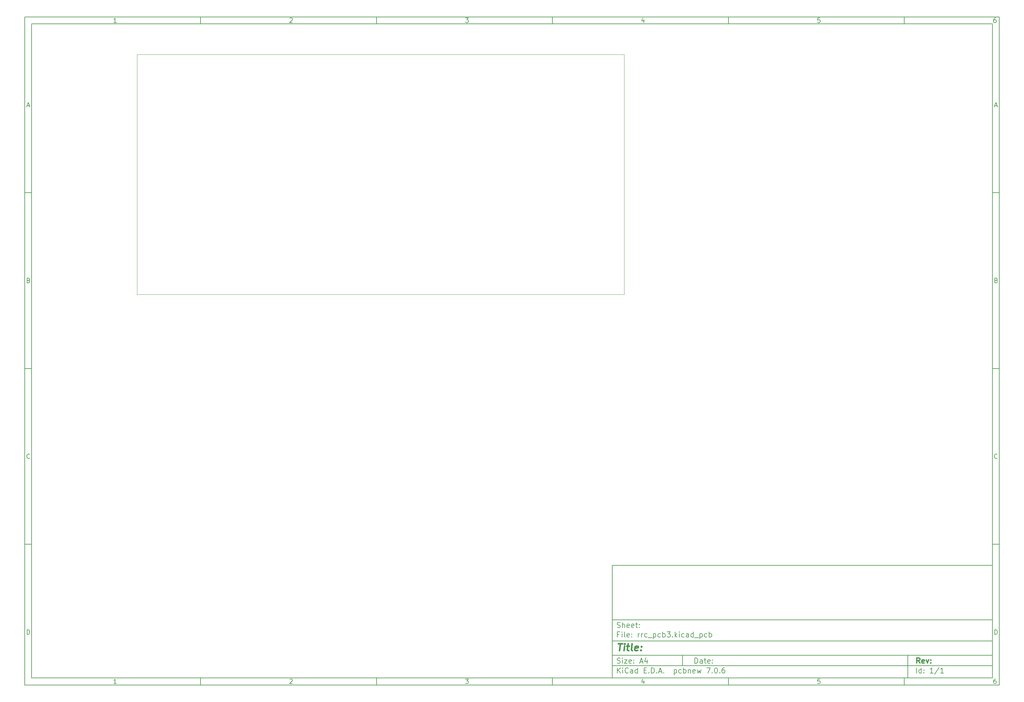
<source format=gbr>
%TF.GenerationSoftware,KiCad,Pcbnew,7.0.6*%
%TF.CreationDate,2023-08-10T16:59:27-04:00*%
%TF.ProjectId,rrc_pcb3,7272635f-7063-4623-932e-6b696361645f,rev?*%
%TF.SameCoordinates,Original*%
%TF.FileFunction,Other,User*%
%FSLAX46Y46*%
G04 Gerber Fmt 4.6, Leading zero omitted, Abs format (unit mm)*
G04 Created by KiCad (PCBNEW 7.0.6) date 2023-08-10 16:59:27*
%MOMM*%
%LPD*%
G01*
G04 APERTURE LIST*
%ADD10C,0.100000*%
%ADD11C,0.150000*%
%ADD12C,0.300000*%
%ADD13C,0.400000*%
%TA.AperFunction,Profile*%
%ADD14C,0.050000*%
%TD*%
G04 APERTURE END LIST*
D10*
D11*
X177002200Y-166007200D02*
X285002200Y-166007200D01*
X285002200Y-198007200D01*
X177002200Y-198007200D01*
X177002200Y-166007200D01*
D10*
D11*
X10000000Y-10000000D02*
X287002200Y-10000000D01*
X287002200Y-200007200D01*
X10000000Y-200007200D01*
X10000000Y-10000000D01*
D10*
D11*
X12000000Y-12000000D02*
X285002200Y-12000000D01*
X285002200Y-198007200D01*
X12000000Y-198007200D01*
X12000000Y-12000000D01*
D10*
D11*
X60000000Y-12000000D02*
X60000000Y-10000000D01*
D10*
D11*
X110000000Y-12000000D02*
X110000000Y-10000000D01*
D10*
D11*
X160000000Y-12000000D02*
X160000000Y-10000000D01*
D10*
D11*
X210000000Y-12000000D02*
X210000000Y-10000000D01*
D10*
D11*
X260000000Y-12000000D02*
X260000000Y-10000000D01*
D10*
D11*
X36089160Y-11593604D02*
X35346303Y-11593604D01*
X35717731Y-11593604D02*
X35717731Y-10293604D01*
X35717731Y-10293604D02*
X35593922Y-10479319D01*
X35593922Y-10479319D02*
X35470112Y-10603128D01*
X35470112Y-10603128D02*
X35346303Y-10665033D01*
D10*
D11*
X85346303Y-10417414D02*
X85408207Y-10355509D01*
X85408207Y-10355509D02*
X85532017Y-10293604D01*
X85532017Y-10293604D02*
X85841541Y-10293604D01*
X85841541Y-10293604D02*
X85965350Y-10355509D01*
X85965350Y-10355509D02*
X86027255Y-10417414D01*
X86027255Y-10417414D02*
X86089160Y-10541223D01*
X86089160Y-10541223D02*
X86089160Y-10665033D01*
X86089160Y-10665033D02*
X86027255Y-10850747D01*
X86027255Y-10850747D02*
X85284398Y-11593604D01*
X85284398Y-11593604D02*
X86089160Y-11593604D01*
D10*
D11*
X135284398Y-10293604D02*
X136089160Y-10293604D01*
X136089160Y-10293604D02*
X135655826Y-10788842D01*
X135655826Y-10788842D02*
X135841541Y-10788842D01*
X135841541Y-10788842D02*
X135965350Y-10850747D01*
X135965350Y-10850747D02*
X136027255Y-10912652D01*
X136027255Y-10912652D02*
X136089160Y-11036461D01*
X136089160Y-11036461D02*
X136089160Y-11345985D01*
X136089160Y-11345985D02*
X136027255Y-11469795D01*
X136027255Y-11469795D02*
X135965350Y-11531700D01*
X135965350Y-11531700D02*
X135841541Y-11593604D01*
X135841541Y-11593604D02*
X135470112Y-11593604D01*
X135470112Y-11593604D02*
X135346303Y-11531700D01*
X135346303Y-11531700D02*
X135284398Y-11469795D01*
D10*
D11*
X185965350Y-10726938D02*
X185965350Y-11593604D01*
X185655826Y-10231700D02*
X185346303Y-11160271D01*
X185346303Y-11160271D02*
X186151064Y-11160271D01*
D10*
D11*
X236027255Y-10293604D02*
X235408207Y-10293604D01*
X235408207Y-10293604D02*
X235346303Y-10912652D01*
X235346303Y-10912652D02*
X235408207Y-10850747D01*
X235408207Y-10850747D02*
X235532017Y-10788842D01*
X235532017Y-10788842D02*
X235841541Y-10788842D01*
X235841541Y-10788842D02*
X235965350Y-10850747D01*
X235965350Y-10850747D02*
X236027255Y-10912652D01*
X236027255Y-10912652D02*
X236089160Y-11036461D01*
X236089160Y-11036461D02*
X236089160Y-11345985D01*
X236089160Y-11345985D02*
X236027255Y-11469795D01*
X236027255Y-11469795D02*
X235965350Y-11531700D01*
X235965350Y-11531700D02*
X235841541Y-11593604D01*
X235841541Y-11593604D02*
X235532017Y-11593604D01*
X235532017Y-11593604D02*
X235408207Y-11531700D01*
X235408207Y-11531700D02*
X235346303Y-11469795D01*
D10*
D11*
X285965350Y-10293604D02*
X285717731Y-10293604D01*
X285717731Y-10293604D02*
X285593922Y-10355509D01*
X285593922Y-10355509D02*
X285532017Y-10417414D01*
X285532017Y-10417414D02*
X285408207Y-10603128D01*
X285408207Y-10603128D02*
X285346303Y-10850747D01*
X285346303Y-10850747D02*
X285346303Y-11345985D01*
X285346303Y-11345985D02*
X285408207Y-11469795D01*
X285408207Y-11469795D02*
X285470112Y-11531700D01*
X285470112Y-11531700D02*
X285593922Y-11593604D01*
X285593922Y-11593604D02*
X285841541Y-11593604D01*
X285841541Y-11593604D02*
X285965350Y-11531700D01*
X285965350Y-11531700D02*
X286027255Y-11469795D01*
X286027255Y-11469795D02*
X286089160Y-11345985D01*
X286089160Y-11345985D02*
X286089160Y-11036461D01*
X286089160Y-11036461D02*
X286027255Y-10912652D01*
X286027255Y-10912652D02*
X285965350Y-10850747D01*
X285965350Y-10850747D02*
X285841541Y-10788842D01*
X285841541Y-10788842D02*
X285593922Y-10788842D01*
X285593922Y-10788842D02*
X285470112Y-10850747D01*
X285470112Y-10850747D02*
X285408207Y-10912652D01*
X285408207Y-10912652D02*
X285346303Y-11036461D01*
D10*
D11*
X60000000Y-198007200D02*
X60000000Y-200007200D01*
D10*
D11*
X110000000Y-198007200D02*
X110000000Y-200007200D01*
D10*
D11*
X160000000Y-198007200D02*
X160000000Y-200007200D01*
D10*
D11*
X210000000Y-198007200D02*
X210000000Y-200007200D01*
D10*
D11*
X260000000Y-198007200D02*
X260000000Y-200007200D01*
D10*
D11*
X36089160Y-199600804D02*
X35346303Y-199600804D01*
X35717731Y-199600804D02*
X35717731Y-198300804D01*
X35717731Y-198300804D02*
X35593922Y-198486519D01*
X35593922Y-198486519D02*
X35470112Y-198610328D01*
X35470112Y-198610328D02*
X35346303Y-198672233D01*
D10*
D11*
X85346303Y-198424614D02*
X85408207Y-198362709D01*
X85408207Y-198362709D02*
X85532017Y-198300804D01*
X85532017Y-198300804D02*
X85841541Y-198300804D01*
X85841541Y-198300804D02*
X85965350Y-198362709D01*
X85965350Y-198362709D02*
X86027255Y-198424614D01*
X86027255Y-198424614D02*
X86089160Y-198548423D01*
X86089160Y-198548423D02*
X86089160Y-198672233D01*
X86089160Y-198672233D02*
X86027255Y-198857947D01*
X86027255Y-198857947D02*
X85284398Y-199600804D01*
X85284398Y-199600804D02*
X86089160Y-199600804D01*
D10*
D11*
X135284398Y-198300804D02*
X136089160Y-198300804D01*
X136089160Y-198300804D02*
X135655826Y-198796042D01*
X135655826Y-198796042D02*
X135841541Y-198796042D01*
X135841541Y-198796042D02*
X135965350Y-198857947D01*
X135965350Y-198857947D02*
X136027255Y-198919852D01*
X136027255Y-198919852D02*
X136089160Y-199043661D01*
X136089160Y-199043661D02*
X136089160Y-199353185D01*
X136089160Y-199353185D02*
X136027255Y-199476995D01*
X136027255Y-199476995D02*
X135965350Y-199538900D01*
X135965350Y-199538900D02*
X135841541Y-199600804D01*
X135841541Y-199600804D02*
X135470112Y-199600804D01*
X135470112Y-199600804D02*
X135346303Y-199538900D01*
X135346303Y-199538900D02*
X135284398Y-199476995D01*
D10*
D11*
X185965350Y-198734138D02*
X185965350Y-199600804D01*
X185655826Y-198238900D02*
X185346303Y-199167471D01*
X185346303Y-199167471D02*
X186151064Y-199167471D01*
D10*
D11*
X236027255Y-198300804D02*
X235408207Y-198300804D01*
X235408207Y-198300804D02*
X235346303Y-198919852D01*
X235346303Y-198919852D02*
X235408207Y-198857947D01*
X235408207Y-198857947D02*
X235532017Y-198796042D01*
X235532017Y-198796042D02*
X235841541Y-198796042D01*
X235841541Y-198796042D02*
X235965350Y-198857947D01*
X235965350Y-198857947D02*
X236027255Y-198919852D01*
X236027255Y-198919852D02*
X236089160Y-199043661D01*
X236089160Y-199043661D02*
X236089160Y-199353185D01*
X236089160Y-199353185D02*
X236027255Y-199476995D01*
X236027255Y-199476995D02*
X235965350Y-199538900D01*
X235965350Y-199538900D02*
X235841541Y-199600804D01*
X235841541Y-199600804D02*
X235532017Y-199600804D01*
X235532017Y-199600804D02*
X235408207Y-199538900D01*
X235408207Y-199538900D02*
X235346303Y-199476995D01*
D10*
D11*
X285965350Y-198300804D02*
X285717731Y-198300804D01*
X285717731Y-198300804D02*
X285593922Y-198362709D01*
X285593922Y-198362709D02*
X285532017Y-198424614D01*
X285532017Y-198424614D02*
X285408207Y-198610328D01*
X285408207Y-198610328D02*
X285346303Y-198857947D01*
X285346303Y-198857947D02*
X285346303Y-199353185D01*
X285346303Y-199353185D02*
X285408207Y-199476995D01*
X285408207Y-199476995D02*
X285470112Y-199538900D01*
X285470112Y-199538900D02*
X285593922Y-199600804D01*
X285593922Y-199600804D02*
X285841541Y-199600804D01*
X285841541Y-199600804D02*
X285965350Y-199538900D01*
X285965350Y-199538900D02*
X286027255Y-199476995D01*
X286027255Y-199476995D02*
X286089160Y-199353185D01*
X286089160Y-199353185D02*
X286089160Y-199043661D01*
X286089160Y-199043661D02*
X286027255Y-198919852D01*
X286027255Y-198919852D02*
X285965350Y-198857947D01*
X285965350Y-198857947D02*
X285841541Y-198796042D01*
X285841541Y-198796042D02*
X285593922Y-198796042D01*
X285593922Y-198796042D02*
X285470112Y-198857947D01*
X285470112Y-198857947D02*
X285408207Y-198919852D01*
X285408207Y-198919852D02*
X285346303Y-199043661D01*
D10*
D11*
X10000000Y-60000000D02*
X12000000Y-60000000D01*
D10*
D11*
X10000000Y-110000000D02*
X12000000Y-110000000D01*
D10*
D11*
X10000000Y-160000000D02*
X12000000Y-160000000D01*
D10*
D11*
X10690476Y-35222176D02*
X11309523Y-35222176D01*
X10566666Y-35593604D02*
X10999999Y-34293604D01*
X10999999Y-34293604D02*
X11433333Y-35593604D01*
D10*
D11*
X11092857Y-84912652D02*
X11278571Y-84974557D01*
X11278571Y-84974557D02*
X11340476Y-85036461D01*
X11340476Y-85036461D02*
X11402380Y-85160271D01*
X11402380Y-85160271D02*
X11402380Y-85345985D01*
X11402380Y-85345985D02*
X11340476Y-85469795D01*
X11340476Y-85469795D02*
X11278571Y-85531700D01*
X11278571Y-85531700D02*
X11154761Y-85593604D01*
X11154761Y-85593604D02*
X10659523Y-85593604D01*
X10659523Y-85593604D02*
X10659523Y-84293604D01*
X10659523Y-84293604D02*
X11092857Y-84293604D01*
X11092857Y-84293604D02*
X11216666Y-84355509D01*
X11216666Y-84355509D02*
X11278571Y-84417414D01*
X11278571Y-84417414D02*
X11340476Y-84541223D01*
X11340476Y-84541223D02*
X11340476Y-84665033D01*
X11340476Y-84665033D02*
X11278571Y-84788842D01*
X11278571Y-84788842D02*
X11216666Y-84850747D01*
X11216666Y-84850747D02*
X11092857Y-84912652D01*
X11092857Y-84912652D02*
X10659523Y-84912652D01*
D10*
D11*
X11402380Y-135469795D02*
X11340476Y-135531700D01*
X11340476Y-135531700D02*
X11154761Y-135593604D01*
X11154761Y-135593604D02*
X11030952Y-135593604D01*
X11030952Y-135593604D02*
X10845238Y-135531700D01*
X10845238Y-135531700D02*
X10721428Y-135407890D01*
X10721428Y-135407890D02*
X10659523Y-135284080D01*
X10659523Y-135284080D02*
X10597619Y-135036461D01*
X10597619Y-135036461D02*
X10597619Y-134850747D01*
X10597619Y-134850747D02*
X10659523Y-134603128D01*
X10659523Y-134603128D02*
X10721428Y-134479319D01*
X10721428Y-134479319D02*
X10845238Y-134355509D01*
X10845238Y-134355509D02*
X11030952Y-134293604D01*
X11030952Y-134293604D02*
X11154761Y-134293604D01*
X11154761Y-134293604D02*
X11340476Y-134355509D01*
X11340476Y-134355509D02*
X11402380Y-134417414D01*
D10*
D11*
X10659523Y-185593604D02*
X10659523Y-184293604D01*
X10659523Y-184293604D02*
X10969047Y-184293604D01*
X10969047Y-184293604D02*
X11154761Y-184355509D01*
X11154761Y-184355509D02*
X11278571Y-184479319D01*
X11278571Y-184479319D02*
X11340476Y-184603128D01*
X11340476Y-184603128D02*
X11402380Y-184850747D01*
X11402380Y-184850747D02*
X11402380Y-185036461D01*
X11402380Y-185036461D02*
X11340476Y-185284080D01*
X11340476Y-185284080D02*
X11278571Y-185407890D01*
X11278571Y-185407890D02*
X11154761Y-185531700D01*
X11154761Y-185531700D02*
X10969047Y-185593604D01*
X10969047Y-185593604D02*
X10659523Y-185593604D01*
D10*
D11*
X287002200Y-60000000D02*
X285002200Y-60000000D01*
D10*
D11*
X287002200Y-110000000D02*
X285002200Y-110000000D01*
D10*
D11*
X287002200Y-160000000D02*
X285002200Y-160000000D01*
D10*
D11*
X285692676Y-35222176D02*
X286311723Y-35222176D01*
X285568866Y-35593604D02*
X286002199Y-34293604D01*
X286002199Y-34293604D02*
X286435533Y-35593604D01*
D10*
D11*
X286095057Y-84912652D02*
X286280771Y-84974557D01*
X286280771Y-84974557D02*
X286342676Y-85036461D01*
X286342676Y-85036461D02*
X286404580Y-85160271D01*
X286404580Y-85160271D02*
X286404580Y-85345985D01*
X286404580Y-85345985D02*
X286342676Y-85469795D01*
X286342676Y-85469795D02*
X286280771Y-85531700D01*
X286280771Y-85531700D02*
X286156961Y-85593604D01*
X286156961Y-85593604D02*
X285661723Y-85593604D01*
X285661723Y-85593604D02*
X285661723Y-84293604D01*
X285661723Y-84293604D02*
X286095057Y-84293604D01*
X286095057Y-84293604D02*
X286218866Y-84355509D01*
X286218866Y-84355509D02*
X286280771Y-84417414D01*
X286280771Y-84417414D02*
X286342676Y-84541223D01*
X286342676Y-84541223D02*
X286342676Y-84665033D01*
X286342676Y-84665033D02*
X286280771Y-84788842D01*
X286280771Y-84788842D02*
X286218866Y-84850747D01*
X286218866Y-84850747D02*
X286095057Y-84912652D01*
X286095057Y-84912652D02*
X285661723Y-84912652D01*
D10*
D11*
X286404580Y-135469795D02*
X286342676Y-135531700D01*
X286342676Y-135531700D02*
X286156961Y-135593604D01*
X286156961Y-135593604D02*
X286033152Y-135593604D01*
X286033152Y-135593604D02*
X285847438Y-135531700D01*
X285847438Y-135531700D02*
X285723628Y-135407890D01*
X285723628Y-135407890D02*
X285661723Y-135284080D01*
X285661723Y-135284080D02*
X285599819Y-135036461D01*
X285599819Y-135036461D02*
X285599819Y-134850747D01*
X285599819Y-134850747D02*
X285661723Y-134603128D01*
X285661723Y-134603128D02*
X285723628Y-134479319D01*
X285723628Y-134479319D02*
X285847438Y-134355509D01*
X285847438Y-134355509D02*
X286033152Y-134293604D01*
X286033152Y-134293604D02*
X286156961Y-134293604D01*
X286156961Y-134293604D02*
X286342676Y-134355509D01*
X286342676Y-134355509D02*
X286404580Y-134417414D01*
D10*
D11*
X285661723Y-185593604D02*
X285661723Y-184293604D01*
X285661723Y-184293604D02*
X285971247Y-184293604D01*
X285971247Y-184293604D02*
X286156961Y-184355509D01*
X286156961Y-184355509D02*
X286280771Y-184479319D01*
X286280771Y-184479319D02*
X286342676Y-184603128D01*
X286342676Y-184603128D02*
X286404580Y-184850747D01*
X286404580Y-184850747D02*
X286404580Y-185036461D01*
X286404580Y-185036461D02*
X286342676Y-185284080D01*
X286342676Y-185284080D02*
X286280771Y-185407890D01*
X286280771Y-185407890D02*
X286156961Y-185531700D01*
X286156961Y-185531700D02*
X285971247Y-185593604D01*
X285971247Y-185593604D02*
X285661723Y-185593604D01*
D10*
D11*
X200458026Y-193793328D02*
X200458026Y-192293328D01*
X200458026Y-192293328D02*
X200815169Y-192293328D01*
X200815169Y-192293328D02*
X201029455Y-192364757D01*
X201029455Y-192364757D02*
X201172312Y-192507614D01*
X201172312Y-192507614D02*
X201243741Y-192650471D01*
X201243741Y-192650471D02*
X201315169Y-192936185D01*
X201315169Y-192936185D02*
X201315169Y-193150471D01*
X201315169Y-193150471D02*
X201243741Y-193436185D01*
X201243741Y-193436185D02*
X201172312Y-193579042D01*
X201172312Y-193579042D02*
X201029455Y-193721900D01*
X201029455Y-193721900D02*
X200815169Y-193793328D01*
X200815169Y-193793328D02*
X200458026Y-193793328D01*
X202600884Y-193793328D02*
X202600884Y-193007614D01*
X202600884Y-193007614D02*
X202529455Y-192864757D01*
X202529455Y-192864757D02*
X202386598Y-192793328D01*
X202386598Y-192793328D02*
X202100884Y-192793328D01*
X202100884Y-192793328D02*
X201958026Y-192864757D01*
X202600884Y-193721900D02*
X202458026Y-193793328D01*
X202458026Y-193793328D02*
X202100884Y-193793328D01*
X202100884Y-193793328D02*
X201958026Y-193721900D01*
X201958026Y-193721900D02*
X201886598Y-193579042D01*
X201886598Y-193579042D02*
X201886598Y-193436185D01*
X201886598Y-193436185D02*
X201958026Y-193293328D01*
X201958026Y-193293328D02*
X202100884Y-193221900D01*
X202100884Y-193221900D02*
X202458026Y-193221900D01*
X202458026Y-193221900D02*
X202600884Y-193150471D01*
X203100884Y-192793328D02*
X203672312Y-192793328D01*
X203315169Y-192293328D02*
X203315169Y-193579042D01*
X203315169Y-193579042D02*
X203386598Y-193721900D01*
X203386598Y-193721900D02*
X203529455Y-193793328D01*
X203529455Y-193793328D02*
X203672312Y-193793328D01*
X204743741Y-193721900D02*
X204600884Y-193793328D01*
X204600884Y-193793328D02*
X204315170Y-193793328D01*
X204315170Y-193793328D02*
X204172312Y-193721900D01*
X204172312Y-193721900D02*
X204100884Y-193579042D01*
X204100884Y-193579042D02*
X204100884Y-193007614D01*
X204100884Y-193007614D02*
X204172312Y-192864757D01*
X204172312Y-192864757D02*
X204315170Y-192793328D01*
X204315170Y-192793328D02*
X204600884Y-192793328D01*
X204600884Y-192793328D02*
X204743741Y-192864757D01*
X204743741Y-192864757D02*
X204815170Y-193007614D01*
X204815170Y-193007614D02*
X204815170Y-193150471D01*
X204815170Y-193150471D02*
X204100884Y-193293328D01*
X205458026Y-193650471D02*
X205529455Y-193721900D01*
X205529455Y-193721900D02*
X205458026Y-193793328D01*
X205458026Y-193793328D02*
X205386598Y-193721900D01*
X205386598Y-193721900D02*
X205458026Y-193650471D01*
X205458026Y-193650471D02*
X205458026Y-193793328D01*
X205458026Y-192864757D02*
X205529455Y-192936185D01*
X205529455Y-192936185D02*
X205458026Y-193007614D01*
X205458026Y-193007614D02*
X205386598Y-192936185D01*
X205386598Y-192936185D02*
X205458026Y-192864757D01*
X205458026Y-192864757D02*
X205458026Y-193007614D01*
D10*
D11*
X177002200Y-194507200D02*
X285002200Y-194507200D01*
D10*
D11*
X178458026Y-196593328D02*
X178458026Y-195093328D01*
X179315169Y-196593328D02*
X178672312Y-195736185D01*
X179315169Y-195093328D02*
X178458026Y-195950471D01*
X179958026Y-196593328D02*
X179958026Y-195593328D01*
X179958026Y-195093328D02*
X179886598Y-195164757D01*
X179886598Y-195164757D02*
X179958026Y-195236185D01*
X179958026Y-195236185D02*
X180029455Y-195164757D01*
X180029455Y-195164757D02*
X179958026Y-195093328D01*
X179958026Y-195093328D02*
X179958026Y-195236185D01*
X181529455Y-196450471D02*
X181458027Y-196521900D01*
X181458027Y-196521900D02*
X181243741Y-196593328D01*
X181243741Y-196593328D02*
X181100884Y-196593328D01*
X181100884Y-196593328D02*
X180886598Y-196521900D01*
X180886598Y-196521900D02*
X180743741Y-196379042D01*
X180743741Y-196379042D02*
X180672312Y-196236185D01*
X180672312Y-196236185D02*
X180600884Y-195950471D01*
X180600884Y-195950471D02*
X180600884Y-195736185D01*
X180600884Y-195736185D02*
X180672312Y-195450471D01*
X180672312Y-195450471D02*
X180743741Y-195307614D01*
X180743741Y-195307614D02*
X180886598Y-195164757D01*
X180886598Y-195164757D02*
X181100884Y-195093328D01*
X181100884Y-195093328D02*
X181243741Y-195093328D01*
X181243741Y-195093328D02*
X181458027Y-195164757D01*
X181458027Y-195164757D02*
X181529455Y-195236185D01*
X182815170Y-196593328D02*
X182815170Y-195807614D01*
X182815170Y-195807614D02*
X182743741Y-195664757D01*
X182743741Y-195664757D02*
X182600884Y-195593328D01*
X182600884Y-195593328D02*
X182315170Y-195593328D01*
X182315170Y-195593328D02*
X182172312Y-195664757D01*
X182815170Y-196521900D02*
X182672312Y-196593328D01*
X182672312Y-196593328D02*
X182315170Y-196593328D01*
X182315170Y-196593328D02*
X182172312Y-196521900D01*
X182172312Y-196521900D02*
X182100884Y-196379042D01*
X182100884Y-196379042D02*
X182100884Y-196236185D01*
X182100884Y-196236185D02*
X182172312Y-196093328D01*
X182172312Y-196093328D02*
X182315170Y-196021900D01*
X182315170Y-196021900D02*
X182672312Y-196021900D01*
X182672312Y-196021900D02*
X182815170Y-195950471D01*
X184172313Y-196593328D02*
X184172313Y-195093328D01*
X184172313Y-196521900D02*
X184029455Y-196593328D01*
X184029455Y-196593328D02*
X183743741Y-196593328D01*
X183743741Y-196593328D02*
X183600884Y-196521900D01*
X183600884Y-196521900D02*
X183529455Y-196450471D01*
X183529455Y-196450471D02*
X183458027Y-196307614D01*
X183458027Y-196307614D02*
X183458027Y-195879042D01*
X183458027Y-195879042D02*
X183529455Y-195736185D01*
X183529455Y-195736185D02*
X183600884Y-195664757D01*
X183600884Y-195664757D02*
X183743741Y-195593328D01*
X183743741Y-195593328D02*
X184029455Y-195593328D01*
X184029455Y-195593328D02*
X184172313Y-195664757D01*
X186029455Y-195807614D02*
X186529455Y-195807614D01*
X186743741Y-196593328D02*
X186029455Y-196593328D01*
X186029455Y-196593328D02*
X186029455Y-195093328D01*
X186029455Y-195093328D02*
X186743741Y-195093328D01*
X187386598Y-196450471D02*
X187458027Y-196521900D01*
X187458027Y-196521900D02*
X187386598Y-196593328D01*
X187386598Y-196593328D02*
X187315170Y-196521900D01*
X187315170Y-196521900D02*
X187386598Y-196450471D01*
X187386598Y-196450471D02*
X187386598Y-196593328D01*
X188100884Y-196593328D02*
X188100884Y-195093328D01*
X188100884Y-195093328D02*
X188458027Y-195093328D01*
X188458027Y-195093328D02*
X188672313Y-195164757D01*
X188672313Y-195164757D02*
X188815170Y-195307614D01*
X188815170Y-195307614D02*
X188886599Y-195450471D01*
X188886599Y-195450471D02*
X188958027Y-195736185D01*
X188958027Y-195736185D02*
X188958027Y-195950471D01*
X188958027Y-195950471D02*
X188886599Y-196236185D01*
X188886599Y-196236185D02*
X188815170Y-196379042D01*
X188815170Y-196379042D02*
X188672313Y-196521900D01*
X188672313Y-196521900D02*
X188458027Y-196593328D01*
X188458027Y-196593328D02*
X188100884Y-196593328D01*
X189600884Y-196450471D02*
X189672313Y-196521900D01*
X189672313Y-196521900D02*
X189600884Y-196593328D01*
X189600884Y-196593328D02*
X189529456Y-196521900D01*
X189529456Y-196521900D02*
X189600884Y-196450471D01*
X189600884Y-196450471D02*
X189600884Y-196593328D01*
X190243742Y-196164757D02*
X190958028Y-196164757D01*
X190100885Y-196593328D02*
X190600885Y-195093328D01*
X190600885Y-195093328D02*
X191100885Y-196593328D01*
X191600884Y-196450471D02*
X191672313Y-196521900D01*
X191672313Y-196521900D02*
X191600884Y-196593328D01*
X191600884Y-196593328D02*
X191529456Y-196521900D01*
X191529456Y-196521900D02*
X191600884Y-196450471D01*
X191600884Y-196450471D02*
X191600884Y-196593328D01*
X194600884Y-195593328D02*
X194600884Y-197093328D01*
X194600884Y-195664757D02*
X194743742Y-195593328D01*
X194743742Y-195593328D02*
X195029456Y-195593328D01*
X195029456Y-195593328D02*
X195172313Y-195664757D01*
X195172313Y-195664757D02*
X195243742Y-195736185D01*
X195243742Y-195736185D02*
X195315170Y-195879042D01*
X195315170Y-195879042D02*
X195315170Y-196307614D01*
X195315170Y-196307614D02*
X195243742Y-196450471D01*
X195243742Y-196450471D02*
X195172313Y-196521900D01*
X195172313Y-196521900D02*
X195029456Y-196593328D01*
X195029456Y-196593328D02*
X194743742Y-196593328D01*
X194743742Y-196593328D02*
X194600884Y-196521900D01*
X196600885Y-196521900D02*
X196458027Y-196593328D01*
X196458027Y-196593328D02*
X196172313Y-196593328D01*
X196172313Y-196593328D02*
X196029456Y-196521900D01*
X196029456Y-196521900D02*
X195958027Y-196450471D01*
X195958027Y-196450471D02*
X195886599Y-196307614D01*
X195886599Y-196307614D02*
X195886599Y-195879042D01*
X195886599Y-195879042D02*
X195958027Y-195736185D01*
X195958027Y-195736185D02*
X196029456Y-195664757D01*
X196029456Y-195664757D02*
X196172313Y-195593328D01*
X196172313Y-195593328D02*
X196458027Y-195593328D01*
X196458027Y-195593328D02*
X196600885Y-195664757D01*
X197243741Y-196593328D02*
X197243741Y-195093328D01*
X197243741Y-195664757D02*
X197386599Y-195593328D01*
X197386599Y-195593328D02*
X197672313Y-195593328D01*
X197672313Y-195593328D02*
X197815170Y-195664757D01*
X197815170Y-195664757D02*
X197886599Y-195736185D01*
X197886599Y-195736185D02*
X197958027Y-195879042D01*
X197958027Y-195879042D02*
X197958027Y-196307614D01*
X197958027Y-196307614D02*
X197886599Y-196450471D01*
X197886599Y-196450471D02*
X197815170Y-196521900D01*
X197815170Y-196521900D02*
X197672313Y-196593328D01*
X197672313Y-196593328D02*
X197386599Y-196593328D01*
X197386599Y-196593328D02*
X197243741Y-196521900D01*
X198600884Y-195593328D02*
X198600884Y-196593328D01*
X198600884Y-195736185D02*
X198672313Y-195664757D01*
X198672313Y-195664757D02*
X198815170Y-195593328D01*
X198815170Y-195593328D02*
X199029456Y-195593328D01*
X199029456Y-195593328D02*
X199172313Y-195664757D01*
X199172313Y-195664757D02*
X199243742Y-195807614D01*
X199243742Y-195807614D02*
X199243742Y-196593328D01*
X200529456Y-196521900D02*
X200386599Y-196593328D01*
X200386599Y-196593328D02*
X200100885Y-196593328D01*
X200100885Y-196593328D02*
X199958027Y-196521900D01*
X199958027Y-196521900D02*
X199886599Y-196379042D01*
X199886599Y-196379042D02*
X199886599Y-195807614D01*
X199886599Y-195807614D02*
X199958027Y-195664757D01*
X199958027Y-195664757D02*
X200100885Y-195593328D01*
X200100885Y-195593328D02*
X200386599Y-195593328D01*
X200386599Y-195593328D02*
X200529456Y-195664757D01*
X200529456Y-195664757D02*
X200600885Y-195807614D01*
X200600885Y-195807614D02*
X200600885Y-195950471D01*
X200600885Y-195950471D02*
X199886599Y-196093328D01*
X201100884Y-195593328D02*
X201386599Y-196593328D01*
X201386599Y-196593328D02*
X201672313Y-195879042D01*
X201672313Y-195879042D02*
X201958027Y-196593328D01*
X201958027Y-196593328D02*
X202243741Y-195593328D01*
X203815170Y-195093328D02*
X204815170Y-195093328D01*
X204815170Y-195093328D02*
X204172313Y-196593328D01*
X205386598Y-196450471D02*
X205458027Y-196521900D01*
X205458027Y-196521900D02*
X205386598Y-196593328D01*
X205386598Y-196593328D02*
X205315170Y-196521900D01*
X205315170Y-196521900D02*
X205386598Y-196450471D01*
X205386598Y-196450471D02*
X205386598Y-196593328D01*
X206386599Y-195093328D02*
X206529456Y-195093328D01*
X206529456Y-195093328D02*
X206672313Y-195164757D01*
X206672313Y-195164757D02*
X206743742Y-195236185D01*
X206743742Y-195236185D02*
X206815170Y-195379042D01*
X206815170Y-195379042D02*
X206886599Y-195664757D01*
X206886599Y-195664757D02*
X206886599Y-196021900D01*
X206886599Y-196021900D02*
X206815170Y-196307614D01*
X206815170Y-196307614D02*
X206743742Y-196450471D01*
X206743742Y-196450471D02*
X206672313Y-196521900D01*
X206672313Y-196521900D02*
X206529456Y-196593328D01*
X206529456Y-196593328D02*
X206386599Y-196593328D01*
X206386599Y-196593328D02*
X206243742Y-196521900D01*
X206243742Y-196521900D02*
X206172313Y-196450471D01*
X206172313Y-196450471D02*
X206100884Y-196307614D01*
X206100884Y-196307614D02*
X206029456Y-196021900D01*
X206029456Y-196021900D02*
X206029456Y-195664757D01*
X206029456Y-195664757D02*
X206100884Y-195379042D01*
X206100884Y-195379042D02*
X206172313Y-195236185D01*
X206172313Y-195236185D02*
X206243742Y-195164757D01*
X206243742Y-195164757D02*
X206386599Y-195093328D01*
X207529455Y-196450471D02*
X207600884Y-196521900D01*
X207600884Y-196521900D02*
X207529455Y-196593328D01*
X207529455Y-196593328D02*
X207458027Y-196521900D01*
X207458027Y-196521900D02*
X207529455Y-196450471D01*
X207529455Y-196450471D02*
X207529455Y-196593328D01*
X208886599Y-195093328D02*
X208600884Y-195093328D01*
X208600884Y-195093328D02*
X208458027Y-195164757D01*
X208458027Y-195164757D02*
X208386599Y-195236185D01*
X208386599Y-195236185D02*
X208243741Y-195450471D01*
X208243741Y-195450471D02*
X208172313Y-195736185D01*
X208172313Y-195736185D02*
X208172313Y-196307614D01*
X208172313Y-196307614D02*
X208243741Y-196450471D01*
X208243741Y-196450471D02*
X208315170Y-196521900D01*
X208315170Y-196521900D02*
X208458027Y-196593328D01*
X208458027Y-196593328D02*
X208743741Y-196593328D01*
X208743741Y-196593328D02*
X208886599Y-196521900D01*
X208886599Y-196521900D02*
X208958027Y-196450471D01*
X208958027Y-196450471D02*
X209029456Y-196307614D01*
X209029456Y-196307614D02*
X209029456Y-195950471D01*
X209029456Y-195950471D02*
X208958027Y-195807614D01*
X208958027Y-195807614D02*
X208886599Y-195736185D01*
X208886599Y-195736185D02*
X208743741Y-195664757D01*
X208743741Y-195664757D02*
X208458027Y-195664757D01*
X208458027Y-195664757D02*
X208315170Y-195736185D01*
X208315170Y-195736185D02*
X208243741Y-195807614D01*
X208243741Y-195807614D02*
X208172313Y-195950471D01*
D10*
D11*
X177002200Y-191507200D02*
X285002200Y-191507200D01*
D10*
D12*
X264413853Y-193785528D02*
X263913853Y-193071242D01*
X263556710Y-193785528D02*
X263556710Y-192285528D01*
X263556710Y-192285528D02*
X264128139Y-192285528D01*
X264128139Y-192285528D02*
X264270996Y-192356957D01*
X264270996Y-192356957D02*
X264342425Y-192428385D01*
X264342425Y-192428385D02*
X264413853Y-192571242D01*
X264413853Y-192571242D02*
X264413853Y-192785528D01*
X264413853Y-192785528D02*
X264342425Y-192928385D01*
X264342425Y-192928385D02*
X264270996Y-192999814D01*
X264270996Y-192999814D02*
X264128139Y-193071242D01*
X264128139Y-193071242D02*
X263556710Y-193071242D01*
X265628139Y-193714100D02*
X265485282Y-193785528D01*
X265485282Y-193785528D02*
X265199568Y-193785528D01*
X265199568Y-193785528D02*
X265056710Y-193714100D01*
X265056710Y-193714100D02*
X264985282Y-193571242D01*
X264985282Y-193571242D02*
X264985282Y-192999814D01*
X264985282Y-192999814D02*
X265056710Y-192856957D01*
X265056710Y-192856957D02*
X265199568Y-192785528D01*
X265199568Y-192785528D02*
X265485282Y-192785528D01*
X265485282Y-192785528D02*
X265628139Y-192856957D01*
X265628139Y-192856957D02*
X265699568Y-192999814D01*
X265699568Y-192999814D02*
X265699568Y-193142671D01*
X265699568Y-193142671D02*
X264985282Y-193285528D01*
X266199567Y-192785528D02*
X266556710Y-193785528D01*
X266556710Y-193785528D02*
X266913853Y-192785528D01*
X267485281Y-193642671D02*
X267556710Y-193714100D01*
X267556710Y-193714100D02*
X267485281Y-193785528D01*
X267485281Y-193785528D02*
X267413853Y-193714100D01*
X267413853Y-193714100D02*
X267485281Y-193642671D01*
X267485281Y-193642671D02*
X267485281Y-193785528D01*
X267485281Y-192856957D02*
X267556710Y-192928385D01*
X267556710Y-192928385D02*
X267485281Y-192999814D01*
X267485281Y-192999814D02*
X267413853Y-192928385D01*
X267413853Y-192928385D02*
X267485281Y-192856957D01*
X267485281Y-192856957D02*
X267485281Y-192999814D01*
D10*
D11*
X178386598Y-193721900D02*
X178600884Y-193793328D01*
X178600884Y-193793328D02*
X178958026Y-193793328D01*
X178958026Y-193793328D02*
X179100884Y-193721900D01*
X179100884Y-193721900D02*
X179172312Y-193650471D01*
X179172312Y-193650471D02*
X179243741Y-193507614D01*
X179243741Y-193507614D02*
X179243741Y-193364757D01*
X179243741Y-193364757D02*
X179172312Y-193221900D01*
X179172312Y-193221900D02*
X179100884Y-193150471D01*
X179100884Y-193150471D02*
X178958026Y-193079042D01*
X178958026Y-193079042D02*
X178672312Y-193007614D01*
X178672312Y-193007614D02*
X178529455Y-192936185D01*
X178529455Y-192936185D02*
X178458026Y-192864757D01*
X178458026Y-192864757D02*
X178386598Y-192721900D01*
X178386598Y-192721900D02*
X178386598Y-192579042D01*
X178386598Y-192579042D02*
X178458026Y-192436185D01*
X178458026Y-192436185D02*
X178529455Y-192364757D01*
X178529455Y-192364757D02*
X178672312Y-192293328D01*
X178672312Y-192293328D02*
X179029455Y-192293328D01*
X179029455Y-192293328D02*
X179243741Y-192364757D01*
X179886597Y-193793328D02*
X179886597Y-192793328D01*
X179886597Y-192293328D02*
X179815169Y-192364757D01*
X179815169Y-192364757D02*
X179886597Y-192436185D01*
X179886597Y-192436185D02*
X179958026Y-192364757D01*
X179958026Y-192364757D02*
X179886597Y-192293328D01*
X179886597Y-192293328D02*
X179886597Y-192436185D01*
X180458026Y-192793328D02*
X181243741Y-192793328D01*
X181243741Y-192793328D02*
X180458026Y-193793328D01*
X180458026Y-193793328D02*
X181243741Y-193793328D01*
X182386598Y-193721900D02*
X182243741Y-193793328D01*
X182243741Y-193793328D02*
X181958027Y-193793328D01*
X181958027Y-193793328D02*
X181815169Y-193721900D01*
X181815169Y-193721900D02*
X181743741Y-193579042D01*
X181743741Y-193579042D02*
X181743741Y-193007614D01*
X181743741Y-193007614D02*
X181815169Y-192864757D01*
X181815169Y-192864757D02*
X181958027Y-192793328D01*
X181958027Y-192793328D02*
X182243741Y-192793328D01*
X182243741Y-192793328D02*
X182386598Y-192864757D01*
X182386598Y-192864757D02*
X182458027Y-193007614D01*
X182458027Y-193007614D02*
X182458027Y-193150471D01*
X182458027Y-193150471D02*
X181743741Y-193293328D01*
X183100883Y-193650471D02*
X183172312Y-193721900D01*
X183172312Y-193721900D02*
X183100883Y-193793328D01*
X183100883Y-193793328D02*
X183029455Y-193721900D01*
X183029455Y-193721900D02*
X183100883Y-193650471D01*
X183100883Y-193650471D02*
X183100883Y-193793328D01*
X183100883Y-192864757D02*
X183172312Y-192936185D01*
X183172312Y-192936185D02*
X183100883Y-193007614D01*
X183100883Y-193007614D02*
X183029455Y-192936185D01*
X183029455Y-192936185D02*
X183100883Y-192864757D01*
X183100883Y-192864757D02*
X183100883Y-193007614D01*
X184886598Y-193364757D02*
X185600884Y-193364757D01*
X184743741Y-193793328D02*
X185243741Y-192293328D01*
X185243741Y-192293328D02*
X185743741Y-193793328D01*
X186886598Y-192793328D02*
X186886598Y-193793328D01*
X186529455Y-192221900D02*
X186172312Y-193293328D01*
X186172312Y-193293328D02*
X187100883Y-193293328D01*
D10*
D11*
X263458026Y-196593328D02*
X263458026Y-195093328D01*
X264815170Y-196593328D02*
X264815170Y-195093328D01*
X264815170Y-196521900D02*
X264672312Y-196593328D01*
X264672312Y-196593328D02*
X264386598Y-196593328D01*
X264386598Y-196593328D02*
X264243741Y-196521900D01*
X264243741Y-196521900D02*
X264172312Y-196450471D01*
X264172312Y-196450471D02*
X264100884Y-196307614D01*
X264100884Y-196307614D02*
X264100884Y-195879042D01*
X264100884Y-195879042D02*
X264172312Y-195736185D01*
X264172312Y-195736185D02*
X264243741Y-195664757D01*
X264243741Y-195664757D02*
X264386598Y-195593328D01*
X264386598Y-195593328D02*
X264672312Y-195593328D01*
X264672312Y-195593328D02*
X264815170Y-195664757D01*
X265529455Y-196450471D02*
X265600884Y-196521900D01*
X265600884Y-196521900D02*
X265529455Y-196593328D01*
X265529455Y-196593328D02*
X265458027Y-196521900D01*
X265458027Y-196521900D02*
X265529455Y-196450471D01*
X265529455Y-196450471D02*
X265529455Y-196593328D01*
X265529455Y-195664757D02*
X265600884Y-195736185D01*
X265600884Y-195736185D02*
X265529455Y-195807614D01*
X265529455Y-195807614D02*
X265458027Y-195736185D01*
X265458027Y-195736185D02*
X265529455Y-195664757D01*
X265529455Y-195664757D02*
X265529455Y-195807614D01*
X268172313Y-196593328D02*
X267315170Y-196593328D01*
X267743741Y-196593328D02*
X267743741Y-195093328D01*
X267743741Y-195093328D02*
X267600884Y-195307614D01*
X267600884Y-195307614D02*
X267458027Y-195450471D01*
X267458027Y-195450471D02*
X267315170Y-195521900D01*
X269886598Y-195021900D02*
X268600884Y-196950471D01*
X271172313Y-196593328D02*
X270315170Y-196593328D01*
X270743741Y-196593328D02*
X270743741Y-195093328D01*
X270743741Y-195093328D02*
X270600884Y-195307614D01*
X270600884Y-195307614D02*
X270458027Y-195450471D01*
X270458027Y-195450471D02*
X270315170Y-195521900D01*
D10*
D11*
X177002200Y-187507200D02*
X285002200Y-187507200D01*
D10*
D13*
X178693928Y-188211638D02*
X179836785Y-188211638D01*
X179015357Y-190211638D02*
X179265357Y-188211638D01*
X180253452Y-190211638D02*
X180420119Y-188878304D01*
X180503452Y-188211638D02*
X180396309Y-188306876D01*
X180396309Y-188306876D02*
X180479643Y-188402114D01*
X180479643Y-188402114D02*
X180586786Y-188306876D01*
X180586786Y-188306876D02*
X180503452Y-188211638D01*
X180503452Y-188211638D02*
X180479643Y-188402114D01*
X181086786Y-188878304D02*
X181848690Y-188878304D01*
X181455833Y-188211638D02*
X181241548Y-189925923D01*
X181241548Y-189925923D02*
X181312976Y-190116400D01*
X181312976Y-190116400D02*
X181491548Y-190211638D01*
X181491548Y-190211638D02*
X181682024Y-190211638D01*
X182634405Y-190211638D02*
X182455833Y-190116400D01*
X182455833Y-190116400D02*
X182384405Y-189925923D01*
X182384405Y-189925923D02*
X182598690Y-188211638D01*
X184170119Y-190116400D02*
X183967738Y-190211638D01*
X183967738Y-190211638D02*
X183586785Y-190211638D01*
X183586785Y-190211638D02*
X183408214Y-190116400D01*
X183408214Y-190116400D02*
X183336785Y-189925923D01*
X183336785Y-189925923D02*
X183432024Y-189164019D01*
X183432024Y-189164019D02*
X183551071Y-188973542D01*
X183551071Y-188973542D02*
X183753452Y-188878304D01*
X183753452Y-188878304D02*
X184134404Y-188878304D01*
X184134404Y-188878304D02*
X184312976Y-188973542D01*
X184312976Y-188973542D02*
X184384404Y-189164019D01*
X184384404Y-189164019D02*
X184360595Y-189354495D01*
X184360595Y-189354495D02*
X183384404Y-189544971D01*
X185134405Y-190021161D02*
X185217738Y-190116400D01*
X185217738Y-190116400D02*
X185110595Y-190211638D01*
X185110595Y-190211638D02*
X185027262Y-190116400D01*
X185027262Y-190116400D02*
X185134405Y-190021161D01*
X185134405Y-190021161D02*
X185110595Y-190211638D01*
X185265357Y-188973542D02*
X185348690Y-189068780D01*
X185348690Y-189068780D02*
X185241548Y-189164019D01*
X185241548Y-189164019D02*
X185158214Y-189068780D01*
X185158214Y-189068780D02*
X185265357Y-188973542D01*
X185265357Y-188973542D02*
X185241548Y-189164019D01*
D10*
D11*
X178958026Y-185607614D02*
X178458026Y-185607614D01*
X178458026Y-186393328D02*
X178458026Y-184893328D01*
X178458026Y-184893328D02*
X179172312Y-184893328D01*
X179743740Y-186393328D02*
X179743740Y-185393328D01*
X179743740Y-184893328D02*
X179672312Y-184964757D01*
X179672312Y-184964757D02*
X179743740Y-185036185D01*
X179743740Y-185036185D02*
X179815169Y-184964757D01*
X179815169Y-184964757D02*
X179743740Y-184893328D01*
X179743740Y-184893328D02*
X179743740Y-185036185D01*
X180672312Y-186393328D02*
X180529455Y-186321900D01*
X180529455Y-186321900D02*
X180458026Y-186179042D01*
X180458026Y-186179042D02*
X180458026Y-184893328D01*
X181815169Y-186321900D02*
X181672312Y-186393328D01*
X181672312Y-186393328D02*
X181386598Y-186393328D01*
X181386598Y-186393328D02*
X181243740Y-186321900D01*
X181243740Y-186321900D02*
X181172312Y-186179042D01*
X181172312Y-186179042D02*
X181172312Y-185607614D01*
X181172312Y-185607614D02*
X181243740Y-185464757D01*
X181243740Y-185464757D02*
X181386598Y-185393328D01*
X181386598Y-185393328D02*
X181672312Y-185393328D01*
X181672312Y-185393328D02*
X181815169Y-185464757D01*
X181815169Y-185464757D02*
X181886598Y-185607614D01*
X181886598Y-185607614D02*
X181886598Y-185750471D01*
X181886598Y-185750471D02*
X181172312Y-185893328D01*
X182529454Y-186250471D02*
X182600883Y-186321900D01*
X182600883Y-186321900D02*
X182529454Y-186393328D01*
X182529454Y-186393328D02*
X182458026Y-186321900D01*
X182458026Y-186321900D02*
X182529454Y-186250471D01*
X182529454Y-186250471D02*
X182529454Y-186393328D01*
X182529454Y-185464757D02*
X182600883Y-185536185D01*
X182600883Y-185536185D02*
X182529454Y-185607614D01*
X182529454Y-185607614D02*
X182458026Y-185536185D01*
X182458026Y-185536185D02*
X182529454Y-185464757D01*
X182529454Y-185464757D02*
X182529454Y-185607614D01*
X184386597Y-186393328D02*
X184386597Y-185393328D01*
X184386597Y-185679042D02*
X184458026Y-185536185D01*
X184458026Y-185536185D02*
X184529455Y-185464757D01*
X184529455Y-185464757D02*
X184672312Y-185393328D01*
X184672312Y-185393328D02*
X184815169Y-185393328D01*
X185315168Y-186393328D02*
X185315168Y-185393328D01*
X185315168Y-185679042D02*
X185386597Y-185536185D01*
X185386597Y-185536185D02*
X185458026Y-185464757D01*
X185458026Y-185464757D02*
X185600883Y-185393328D01*
X185600883Y-185393328D02*
X185743740Y-185393328D01*
X186886597Y-186321900D02*
X186743739Y-186393328D01*
X186743739Y-186393328D02*
X186458025Y-186393328D01*
X186458025Y-186393328D02*
X186315168Y-186321900D01*
X186315168Y-186321900D02*
X186243739Y-186250471D01*
X186243739Y-186250471D02*
X186172311Y-186107614D01*
X186172311Y-186107614D02*
X186172311Y-185679042D01*
X186172311Y-185679042D02*
X186243739Y-185536185D01*
X186243739Y-185536185D02*
X186315168Y-185464757D01*
X186315168Y-185464757D02*
X186458025Y-185393328D01*
X186458025Y-185393328D02*
X186743739Y-185393328D01*
X186743739Y-185393328D02*
X186886597Y-185464757D01*
X187172311Y-186536185D02*
X188315168Y-186536185D01*
X188672310Y-185393328D02*
X188672310Y-186893328D01*
X188672310Y-185464757D02*
X188815168Y-185393328D01*
X188815168Y-185393328D02*
X189100882Y-185393328D01*
X189100882Y-185393328D02*
X189243739Y-185464757D01*
X189243739Y-185464757D02*
X189315168Y-185536185D01*
X189315168Y-185536185D02*
X189386596Y-185679042D01*
X189386596Y-185679042D02*
X189386596Y-186107614D01*
X189386596Y-186107614D02*
X189315168Y-186250471D01*
X189315168Y-186250471D02*
X189243739Y-186321900D01*
X189243739Y-186321900D02*
X189100882Y-186393328D01*
X189100882Y-186393328D02*
X188815168Y-186393328D01*
X188815168Y-186393328D02*
X188672310Y-186321900D01*
X190672311Y-186321900D02*
X190529453Y-186393328D01*
X190529453Y-186393328D02*
X190243739Y-186393328D01*
X190243739Y-186393328D02*
X190100882Y-186321900D01*
X190100882Y-186321900D02*
X190029453Y-186250471D01*
X190029453Y-186250471D02*
X189958025Y-186107614D01*
X189958025Y-186107614D02*
X189958025Y-185679042D01*
X189958025Y-185679042D02*
X190029453Y-185536185D01*
X190029453Y-185536185D02*
X190100882Y-185464757D01*
X190100882Y-185464757D02*
X190243739Y-185393328D01*
X190243739Y-185393328D02*
X190529453Y-185393328D01*
X190529453Y-185393328D02*
X190672311Y-185464757D01*
X191315167Y-186393328D02*
X191315167Y-184893328D01*
X191315167Y-185464757D02*
X191458025Y-185393328D01*
X191458025Y-185393328D02*
X191743739Y-185393328D01*
X191743739Y-185393328D02*
X191886596Y-185464757D01*
X191886596Y-185464757D02*
X191958025Y-185536185D01*
X191958025Y-185536185D02*
X192029453Y-185679042D01*
X192029453Y-185679042D02*
X192029453Y-186107614D01*
X192029453Y-186107614D02*
X191958025Y-186250471D01*
X191958025Y-186250471D02*
X191886596Y-186321900D01*
X191886596Y-186321900D02*
X191743739Y-186393328D01*
X191743739Y-186393328D02*
X191458025Y-186393328D01*
X191458025Y-186393328D02*
X191315167Y-186321900D01*
X192529453Y-184893328D02*
X193458025Y-184893328D01*
X193458025Y-184893328D02*
X192958025Y-185464757D01*
X192958025Y-185464757D02*
X193172310Y-185464757D01*
X193172310Y-185464757D02*
X193315168Y-185536185D01*
X193315168Y-185536185D02*
X193386596Y-185607614D01*
X193386596Y-185607614D02*
X193458025Y-185750471D01*
X193458025Y-185750471D02*
X193458025Y-186107614D01*
X193458025Y-186107614D02*
X193386596Y-186250471D01*
X193386596Y-186250471D02*
X193315168Y-186321900D01*
X193315168Y-186321900D02*
X193172310Y-186393328D01*
X193172310Y-186393328D02*
X192743739Y-186393328D01*
X192743739Y-186393328D02*
X192600882Y-186321900D01*
X192600882Y-186321900D02*
X192529453Y-186250471D01*
X194100881Y-186250471D02*
X194172310Y-186321900D01*
X194172310Y-186321900D02*
X194100881Y-186393328D01*
X194100881Y-186393328D02*
X194029453Y-186321900D01*
X194029453Y-186321900D02*
X194100881Y-186250471D01*
X194100881Y-186250471D02*
X194100881Y-186393328D01*
X194815167Y-186393328D02*
X194815167Y-184893328D01*
X194958025Y-185821900D02*
X195386596Y-186393328D01*
X195386596Y-185393328D02*
X194815167Y-185964757D01*
X196029453Y-186393328D02*
X196029453Y-185393328D01*
X196029453Y-184893328D02*
X195958025Y-184964757D01*
X195958025Y-184964757D02*
X196029453Y-185036185D01*
X196029453Y-185036185D02*
X196100882Y-184964757D01*
X196100882Y-184964757D02*
X196029453Y-184893328D01*
X196029453Y-184893328D02*
X196029453Y-185036185D01*
X197386597Y-186321900D02*
X197243739Y-186393328D01*
X197243739Y-186393328D02*
X196958025Y-186393328D01*
X196958025Y-186393328D02*
X196815168Y-186321900D01*
X196815168Y-186321900D02*
X196743739Y-186250471D01*
X196743739Y-186250471D02*
X196672311Y-186107614D01*
X196672311Y-186107614D02*
X196672311Y-185679042D01*
X196672311Y-185679042D02*
X196743739Y-185536185D01*
X196743739Y-185536185D02*
X196815168Y-185464757D01*
X196815168Y-185464757D02*
X196958025Y-185393328D01*
X196958025Y-185393328D02*
X197243739Y-185393328D01*
X197243739Y-185393328D02*
X197386597Y-185464757D01*
X198672311Y-186393328D02*
X198672311Y-185607614D01*
X198672311Y-185607614D02*
X198600882Y-185464757D01*
X198600882Y-185464757D02*
X198458025Y-185393328D01*
X198458025Y-185393328D02*
X198172311Y-185393328D01*
X198172311Y-185393328D02*
X198029453Y-185464757D01*
X198672311Y-186321900D02*
X198529453Y-186393328D01*
X198529453Y-186393328D02*
X198172311Y-186393328D01*
X198172311Y-186393328D02*
X198029453Y-186321900D01*
X198029453Y-186321900D02*
X197958025Y-186179042D01*
X197958025Y-186179042D02*
X197958025Y-186036185D01*
X197958025Y-186036185D02*
X198029453Y-185893328D01*
X198029453Y-185893328D02*
X198172311Y-185821900D01*
X198172311Y-185821900D02*
X198529453Y-185821900D01*
X198529453Y-185821900D02*
X198672311Y-185750471D01*
X200029454Y-186393328D02*
X200029454Y-184893328D01*
X200029454Y-186321900D02*
X199886596Y-186393328D01*
X199886596Y-186393328D02*
X199600882Y-186393328D01*
X199600882Y-186393328D02*
X199458025Y-186321900D01*
X199458025Y-186321900D02*
X199386596Y-186250471D01*
X199386596Y-186250471D02*
X199315168Y-186107614D01*
X199315168Y-186107614D02*
X199315168Y-185679042D01*
X199315168Y-185679042D02*
X199386596Y-185536185D01*
X199386596Y-185536185D02*
X199458025Y-185464757D01*
X199458025Y-185464757D02*
X199600882Y-185393328D01*
X199600882Y-185393328D02*
X199886596Y-185393328D01*
X199886596Y-185393328D02*
X200029454Y-185464757D01*
X200386597Y-186536185D02*
X201529454Y-186536185D01*
X201886596Y-185393328D02*
X201886596Y-186893328D01*
X201886596Y-185464757D02*
X202029454Y-185393328D01*
X202029454Y-185393328D02*
X202315168Y-185393328D01*
X202315168Y-185393328D02*
X202458025Y-185464757D01*
X202458025Y-185464757D02*
X202529454Y-185536185D01*
X202529454Y-185536185D02*
X202600882Y-185679042D01*
X202600882Y-185679042D02*
X202600882Y-186107614D01*
X202600882Y-186107614D02*
X202529454Y-186250471D01*
X202529454Y-186250471D02*
X202458025Y-186321900D01*
X202458025Y-186321900D02*
X202315168Y-186393328D01*
X202315168Y-186393328D02*
X202029454Y-186393328D01*
X202029454Y-186393328D02*
X201886596Y-186321900D01*
X203886597Y-186321900D02*
X203743739Y-186393328D01*
X203743739Y-186393328D02*
X203458025Y-186393328D01*
X203458025Y-186393328D02*
X203315168Y-186321900D01*
X203315168Y-186321900D02*
X203243739Y-186250471D01*
X203243739Y-186250471D02*
X203172311Y-186107614D01*
X203172311Y-186107614D02*
X203172311Y-185679042D01*
X203172311Y-185679042D02*
X203243739Y-185536185D01*
X203243739Y-185536185D02*
X203315168Y-185464757D01*
X203315168Y-185464757D02*
X203458025Y-185393328D01*
X203458025Y-185393328D02*
X203743739Y-185393328D01*
X203743739Y-185393328D02*
X203886597Y-185464757D01*
X204529453Y-186393328D02*
X204529453Y-184893328D01*
X204529453Y-185464757D02*
X204672311Y-185393328D01*
X204672311Y-185393328D02*
X204958025Y-185393328D01*
X204958025Y-185393328D02*
X205100882Y-185464757D01*
X205100882Y-185464757D02*
X205172311Y-185536185D01*
X205172311Y-185536185D02*
X205243739Y-185679042D01*
X205243739Y-185679042D02*
X205243739Y-186107614D01*
X205243739Y-186107614D02*
X205172311Y-186250471D01*
X205172311Y-186250471D02*
X205100882Y-186321900D01*
X205100882Y-186321900D02*
X204958025Y-186393328D01*
X204958025Y-186393328D02*
X204672311Y-186393328D01*
X204672311Y-186393328D02*
X204529453Y-186321900D01*
D10*
D11*
X177002200Y-181507200D02*
X285002200Y-181507200D01*
D10*
D11*
X178386598Y-183621900D02*
X178600884Y-183693328D01*
X178600884Y-183693328D02*
X178958026Y-183693328D01*
X178958026Y-183693328D02*
X179100884Y-183621900D01*
X179100884Y-183621900D02*
X179172312Y-183550471D01*
X179172312Y-183550471D02*
X179243741Y-183407614D01*
X179243741Y-183407614D02*
X179243741Y-183264757D01*
X179243741Y-183264757D02*
X179172312Y-183121900D01*
X179172312Y-183121900D02*
X179100884Y-183050471D01*
X179100884Y-183050471D02*
X178958026Y-182979042D01*
X178958026Y-182979042D02*
X178672312Y-182907614D01*
X178672312Y-182907614D02*
X178529455Y-182836185D01*
X178529455Y-182836185D02*
X178458026Y-182764757D01*
X178458026Y-182764757D02*
X178386598Y-182621900D01*
X178386598Y-182621900D02*
X178386598Y-182479042D01*
X178386598Y-182479042D02*
X178458026Y-182336185D01*
X178458026Y-182336185D02*
X178529455Y-182264757D01*
X178529455Y-182264757D02*
X178672312Y-182193328D01*
X178672312Y-182193328D02*
X179029455Y-182193328D01*
X179029455Y-182193328D02*
X179243741Y-182264757D01*
X179886597Y-183693328D02*
X179886597Y-182193328D01*
X180529455Y-183693328D02*
X180529455Y-182907614D01*
X180529455Y-182907614D02*
X180458026Y-182764757D01*
X180458026Y-182764757D02*
X180315169Y-182693328D01*
X180315169Y-182693328D02*
X180100883Y-182693328D01*
X180100883Y-182693328D02*
X179958026Y-182764757D01*
X179958026Y-182764757D02*
X179886597Y-182836185D01*
X181815169Y-183621900D02*
X181672312Y-183693328D01*
X181672312Y-183693328D02*
X181386598Y-183693328D01*
X181386598Y-183693328D02*
X181243740Y-183621900D01*
X181243740Y-183621900D02*
X181172312Y-183479042D01*
X181172312Y-183479042D02*
X181172312Y-182907614D01*
X181172312Y-182907614D02*
X181243740Y-182764757D01*
X181243740Y-182764757D02*
X181386598Y-182693328D01*
X181386598Y-182693328D02*
X181672312Y-182693328D01*
X181672312Y-182693328D02*
X181815169Y-182764757D01*
X181815169Y-182764757D02*
X181886598Y-182907614D01*
X181886598Y-182907614D02*
X181886598Y-183050471D01*
X181886598Y-183050471D02*
X181172312Y-183193328D01*
X183100883Y-183621900D02*
X182958026Y-183693328D01*
X182958026Y-183693328D02*
X182672312Y-183693328D01*
X182672312Y-183693328D02*
X182529454Y-183621900D01*
X182529454Y-183621900D02*
X182458026Y-183479042D01*
X182458026Y-183479042D02*
X182458026Y-182907614D01*
X182458026Y-182907614D02*
X182529454Y-182764757D01*
X182529454Y-182764757D02*
X182672312Y-182693328D01*
X182672312Y-182693328D02*
X182958026Y-182693328D01*
X182958026Y-182693328D02*
X183100883Y-182764757D01*
X183100883Y-182764757D02*
X183172312Y-182907614D01*
X183172312Y-182907614D02*
X183172312Y-183050471D01*
X183172312Y-183050471D02*
X182458026Y-183193328D01*
X183600883Y-182693328D02*
X184172311Y-182693328D01*
X183815168Y-182193328D02*
X183815168Y-183479042D01*
X183815168Y-183479042D02*
X183886597Y-183621900D01*
X183886597Y-183621900D02*
X184029454Y-183693328D01*
X184029454Y-183693328D02*
X184172311Y-183693328D01*
X184672311Y-183550471D02*
X184743740Y-183621900D01*
X184743740Y-183621900D02*
X184672311Y-183693328D01*
X184672311Y-183693328D02*
X184600883Y-183621900D01*
X184600883Y-183621900D02*
X184672311Y-183550471D01*
X184672311Y-183550471D02*
X184672311Y-183693328D01*
X184672311Y-182764757D02*
X184743740Y-182836185D01*
X184743740Y-182836185D02*
X184672311Y-182907614D01*
X184672311Y-182907614D02*
X184600883Y-182836185D01*
X184600883Y-182836185D02*
X184672311Y-182764757D01*
X184672311Y-182764757D02*
X184672311Y-182907614D01*
D10*
D12*
D10*
D11*
D10*
D11*
D10*
D11*
D10*
D11*
D10*
D11*
X197002200Y-191507200D02*
X197002200Y-194507200D01*
D10*
D11*
X261002200Y-191507200D02*
X261002200Y-198007200D01*
D14*
X41910000Y-20656715D02*
X180340000Y-20656715D01*
X180340000Y-88900000D01*
X41910000Y-88900000D01*
X41910000Y-20656715D01*
M02*

</source>
